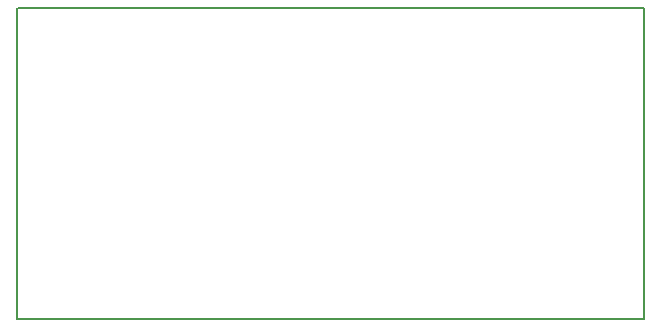
<source format=gbr>
G04 #@! TF.FileFunction,Profile,NP*
%FSLAX46Y46*%
G04 Gerber Fmt 4.6, Leading zero omitted, Abs format (unit mm)*
G04 Created by KiCad (PCBNEW 4.0.2+e4-6225~38~ubuntu16.04.1-stable) date 2016년 06월 28일 (화) 오전 10시 20분 25초*
%MOMM*%
G01*
G04 APERTURE LIST*
%ADD10C,0.100000*%
%ADD11C,0.150000*%
G04 APERTURE END LIST*
D10*
D11*
X111252000Y-54559200D02*
X58267600Y-54559200D01*
X111252000Y-80873600D02*
X111252000Y-54559200D01*
X58166000Y-80873600D02*
X111252000Y-80873600D01*
X58166000Y-54559200D02*
X58166000Y-80873600D01*
M02*

</source>
